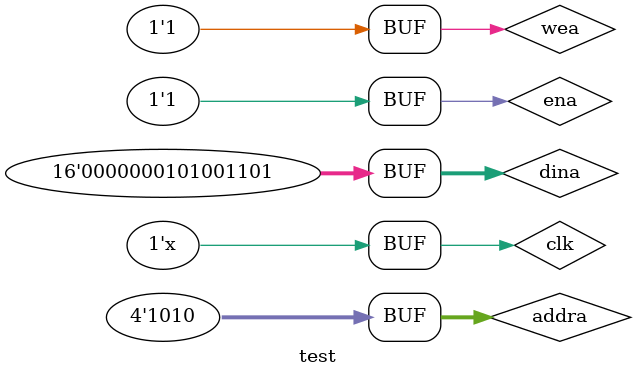
<source format=v>
`timescale 1ns / 1ps


module test;

	// Inputs
	reg clk;
	reg ena;
	reg wea;
	reg [3:0] addra;
	reg [15:0] dina;

	// Outputs
	wire [15:0] douta;

	// Instantiate the Unit Under Test (UUT)
	top_mod uut (
		.clk(clk), 
		.ena(ena), 
		.wea(wea), 
		.addra(addra), 
		.dina(dina), 
		.douta(douta)
	);

	initial 
		begin
			clk <= 0;
		end
	always #10 clk=~clk;

	initial 
		begin
			ena <= 1'b1;
			wea <= 1'b0;
			addra <= 4'd1;
			dina <= 16'd0;
			#70
			ena <= 1'b1;
			wea <= 1'b1;
			addra <= 4'd10;
			dina <= 16'd333;
		end
      
endmodule


</source>
